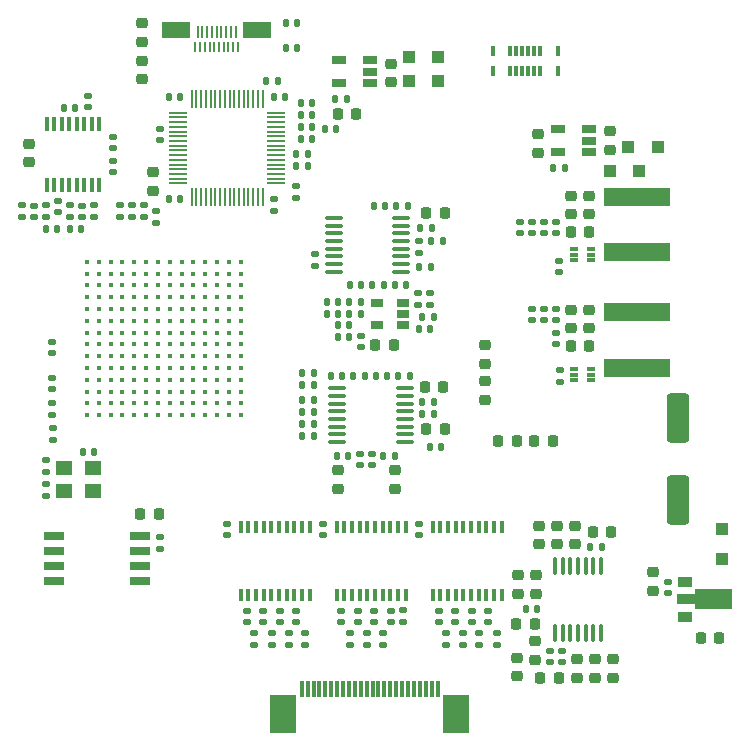
<source format=gbr>
%TF.GenerationSoftware,KiCad,Pcbnew,8.0.4*%
%TF.CreationDate,2024-11-18T22:27:40+01:00*%
%TF.ProjectId,hd_64_v0,68645f36-345f-4763-902e-6b696361645f,0.1*%
%TF.SameCoordinates,PX4737720PY55fe290*%
%TF.FileFunction,Paste,Top*%
%TF.FilePolarity,Positive*%
%FSLAX46Y46*%
G04 Gerber Fmt 4.6, Leading zero omitted, Abs format (unit mm)*
G04 Created by KiCad (PCBNEW 8.0.4) date 2024-11-18 22:27:40*
%MOMM*%
%LPD*%
G01*
G04 APERTURE LIST*
G04 Aperture macros list*
%AMRoundRect*
0 Rectangle with rounded corners*
0 $1 Rounding radius*
0 $2 $3 $4 $5 $6 $7 $8 $9 X,Y pos of 4 corners*
0 Add a 4 corners polygon primitive as box body*
4,1,4,$2,$3,$4,$5,$6,$7,$8,$9,$2,$3,0*
0 Add four circle primitives for the rounded corners*
1,1,$1+$1,$2,$3*
1,1,$1+$1,$4,$5*
1,1,$1+$1,$6,$7*
1,1,$1+$1,$8,$9*
0 Add four rect primitives between the rounded corners*
20,1,$1+$1,$2,$3,$4,$5,0*
20,1,$1+$1,$4,$5,$6,$7,0*
20,1,$1+$1,$6,$7,$8,$9,0*
20,1,$1+$1,$8,$9,$2,$3,0*%
%AMFreePoly0*
4,1,9,3.862500,-0.866500,0.737500,-0.866500,0.737500,-0.450000,-0.737500,-0.450000,-0.737500,0.450000,0.737500,0.450000,0.737500,0.866500,3.862500,0.866500,3.862500,-0.866500,3.862500,-0.866500,$1*%
G04 Aperture macros list end*
%ADD10RoundRect,0.218750X-0.256250X0.218750X-0.256250X-0.218750X0.256250X-0.218750X0.256250X0.218750X0*%
%ADD11RoundRect,0.218750X-0.218750X-0.256250X0.218750X-0.256250X0.218750X0.256250X-0.218750X0.256250X0*%
%ADD12RoundRect,0.218750X0.256250X-0.218750X0.256250X0.218750X-0.256250X0.218750X-0.256250X-0.218750X0*%
%ADD13RoundRect,0.147500X0.172500X-0.147500X0.172500X0.147500X-0.172500X0.147500X-0.172500X-0.147500X0*%
%ADD14RoundRect,0.147500X-0.172500X0.147500X-0.172500X-0.147500X0.172500X-0.147500X0.172500X0.147500X0*%
%ADD15RoundRect,0.147500X0.147500X0.172500X-0.147500X0.172500X-0.147500X-0.172500X0.147500X-0.172500X0*%
%ADD16R,0.400000X1.000000*%
%ADD17RoundRect,0.100000X0.637500X0.100000X-0.637500X0.100000X-0.637500X-0.100000X0.637500X-0.100000X0*%
%ADD18R,1.300000X0.900000*%
%ADD19FreePoly0,0.000000*%
%ADD20RoundRect,0.147500X-0.147500X-0.172500X0.147500X-0.172500X0.147500X0.172500X-0.147500X0.172500X0*%
%ADD21R,0.400000X1.200000*%
%ADD22R,0.300000X1.400000*%
%ADD23R,2.200000X3.300000*%
%ADD24RoundRect,0.100000X-0.637500X-0.100000X0.637500X-0.100000X0.637500X0.100000X-0.637500X0.100000X0*%
%ADD25R,1.000000X1.000000*%
%ADD26R,5.700000X1.600000*%
%ADD27RoundRect,0.250000X-0.700000X1.825000X-0.700000X-1.825000X0.700000X-1.825000X0.700000X1.825000X0*%
%ADD28R,1.060000X0.650000*%
%ADD29RoundRect,0.218750X0.218750X0.256250X-0.218750X0.256250X-0.218750X-0.256250X0.218750X-0.256250X0*%
%ADD30R,0.304800X0.863600*%
%ADD31R,0.700000X0.340000*%
%ADD32R,1.400000X1.200000*%
%ADD33RoundRect,0.062500X0.687500X0.062500X-0.687500X0.062500X-0.687500X-0.062500X0.687500X-0.062500X0*%
%ADD34RoundRect,0.062500X0.062500X0.687500X-0.062500X0.687500X-0.062500X-0.687500X0.062500X-0.687500X0*%
%ADD35R,1.220000X0.650000*%
%ADD36R,1.700000X0.650000*%
%ADD37C,0.450000*%
%ADD38R,0.230000X0.850000*%
%ADD39R,0.230000X1.000000*%
%ADD40R,2.400000X1.380000*%
%ADD41RoundRect,0.100000X0.100000X-0.637500X0.100000X0.637500X-0.100000X0.637500X-0.100000X-0.637500X0*%
G04 APERTURE END LIST*
D10*
X44323000Y14122500D03*
X44323000Y12547500D03*
X45847000Y14122500D03*
X45847000Y12547500D03*
D11*
X44170500Y10033000D03*
X45745500Y10033000D03*
D12*
X2924000Y49082500D03*
X2924000Y50657500D03*
D13*
X36888500Y37036000D03*
X36888500Y38006000D03*
D14*
X33528000Y11130000D03*
X33528000Y10160000D03*
D13*
X4826000Y27709000D03*
X4826000Y28679000D03*
D14*
X38989000Y11130000D03*
X38989000Y10160000D03*
X30099000Y9225000D03*
X30099000Y8255000D03*
D15*
X29949000Y24257000D03*
X28979000Y24257000D03*
D12*
X52093000Y50139500D03*
X52093000Y51714500D03*
D16*
X28952000Y12444000D03*
X29602000Y12444000D03*
X30252000Y12444000D03*
X30902000Y12444000D03*
X31552000Y12444000D03*
X32202000Y12444000D03*
X32852000Y12444000D03*
X33502000Y12444000D03*
X34152000Y12444000D03*
X34802000Y12444000D03*
X34802000Y18244000D03*
X34152000Y18244000D03*
X33502000Y18244000D03*
X32852000Y18244000D03*
X32202000Y18244000D03*
X31552000Y18244000D03*
X30902000Y18244000D03*
X30252000Y18244000D03*
X29602000Y18244000D03*
X28952000Y18244000D03*
D17*
X34739500Y25411000D03*
X34739500Y26061000D03*
X34739500Y26711000D03*
X34739500Y27361000D03*
X34739500Y28011000D03*
X34739500Y28661000D03*
X34739500Y29311000D03*
X34739500Y29961000D03*
X29014500Y29961000D03*
X29014500Y29311000D03*
X29014500Y28661000D03*
X29014500Y28011000D03*
X29014500Y27361000D03*
X29014500Y26711000D03*
X29014500Y26061000D03*
X29014500Y25411000D03*
D14*
X30929500Y24402000D03*
X30929500Y23432000D03*
D15*
X24615000Y54610000D03*
X23645000Y54610000D03*
D18*
X58476500Y13589000D03*
D19*
X58564000Y12089000D03*
D18*
X58476500Y10589000D03*
D14*
X25527000Y11130000D03*
X25527000Y10160000D03*
D15*
X51412000Y16510000D03*
X50442000Y16510000D03*
D13*
X5334000Y44854000D03*
X5334000Y45824000D03*
D15*
X37188000Y27813000D03*
X36218000Y27813000D03*
D14*
X42545000Y9225000D03*
X42545000Y8255000D03*
D10*
X33909000Y23012500D03*
X33909000Y21437500D03*
D20*
X28139000Y36270000D03*
X29109000Y36270000D03*
D21*
X4401500Y47170000D03*
X5036500Y47170000D03*
X5671500Y47170000D03*
X6306500Y47170000D03*
X6941500Y47170000D03*
X7576500Y47170000D03*
X8211500Y47170000D03*
X8846500Y47170000D03*
X8846500Y52370000D03*
X8211500Y52370000D03*
X7576500Y52370000D03*
X6941500Y52370000D03*
X6306500Y52370000D03*
X5671500Y52370000D03*
X5036500Y52370000D03*
X4401500Y52370000D03*
D22*
X37500000Y4477500D03*
X37000000Y4477500D03*
X36500000Y4477500D03*
X36000000Y4477500D03*
X35500000Y4477500D03*
X35000000Y4477500D03*
X34500000Y4477500D03*
X34000000Y4477500D03*
X33500000Y4477500D03*
X33000000Y4477500D03*
X32500000Y4477500D03*
X32000000Y4477500D03*
X31500000Y4477500D03*
X31000000Y4477500D03*
X30500000Y4477500D03*
X30000000Y4477500D03*
X29500000Y4477500D03*
X29000000Y4477500D03*
X28500000Y4477500D03*
X28000000Y4477500D03*
X27500000Y4477500D03*
X27000000Y4477500D03*
X26500000Y4477500D03*
X26000000Y4477500D03*
D23*
X39100000Y2407500D03*
X24400000Y2407500D03*
D14*
X30734000Y11130000D03*
X30734000Y10160000D03*
D15*
X27028000Y28956000D03*
X26058000Y28956000D03*
D24*
X28692000Y44368000D03*
X28692000Y43718000D03*
X28692000Y43068000D03*
X28692000Y42418000D03*
X28692000Y41768000D03*
X28692000Y41118000D03*
X28692000Y40468000D03*
X28692000Y39818000D03*
X34417000Y39818000D03*
X34417000Y40468000D03*
X34417000Y41118000D03*
X34417000Y41768000D03*
X34417000Y42418000D03*
X34417000Y43068000D03*
X34417000Y43718000D03*
X34417000Y44368000D03*
D14*
X7386000Y45429000D03*
X7386000Y44459000D03*
D25*
X61595000Y18014000D03*
X61595000Y15514000D03*
D26*
X54399000Y41465000D03*
X54399000Y46165000D03*
D15*
X26520000Y48768000D03*
X25550000Y48768000D03*
X34833500Y38664000D03*
X33863500Y38664000D03*
D12*
X29083000Y21437500D03*
X29083000Y23012500D03*
D20*
X29039000Y34270000D03*
X30009000Y34270000D03*
D10*
X49276000Y7010500D03*
X49276000Y5435500D03*
D15*
X29822000Y54483000D03*
X28852000Y54483000D03*
D14*
X29337000Y11130000D03*
X29337000Y10160000D03*
D27*
X57872500Y27478000D03*
X57872500Y20528000D03*
D14*
X46990000Y7724000D03*
X46990000Y6754000D03*
D12*
X41529000Y28981500D03*
X41529000Y30556500D03*
D20*
X23010000Y56007000D03*
X23980000Y56007000D03*
D11*
X36423500Y30099000D03*
X37998500Y30099000D03*
D25*
X53657000Y50419000D03*
X56157000Y50419000D03*
D15*
X36934000Y40259000D03*
X35964000Y40259000D03*
D28*
X34559500Y35301000D03*
X34559500Y36251000D03*
X34559500Y37201000D03*
X32359500Y37201000D03*
X32359500Y35301000D03*
D29*
X38125500Y44760000D03*
X36550500Y44760000D03*
D14*
X23624000Y45955000D03*
X23624000Y44985000D03*
D20*
X26058000Y26924000D03*
X27028000Y26924000D03*
D13*
X19685000Y17526000D03*
X19685000Y18496000D03*
D30*
X47674000Y58535000D03*
X46174000Y58535000D03*
X45674001Y58535000D03*
X45174000Y58535000D03*
X44674000Y58535000D03*
X44173999Y58535000D03*
X43674000Y58535000D03*
X42174000Y58535000D03*
X42174000Y56805000D03*
X43674000Y56805000D03*
X44173999Y56805000D03*
X44674000Y56805000D03*
X45174000Y56805000D03*
X45674001Y56805000D03*
X46174000Y56805000D03*
X47674000Y56805000D03*
D15*
X5311000Y43434000D03*
X4341000Y43434000D03*
D13*
X47541000Y43076000D03*
X47541000Y44046000D03*
D15*
X15725000Y54610000D03*
X14755000Y54610000D03*
D20*
X32916000Y24257000D03*
X33886000Y24257000D03*
D11*
X50647500Y17780000D03*
X52222500Y17780000D03*
D15*
X48280000Y48641000D03*
X47310000Y48641000D03*
X33251000Y30988000D03*
X32281000Y30988000D03*
D20*
X28139000Y37270000D03*
X29109000Y37270000D03*
D14*
X4318000Y21821000D03*
X4318000Y20851000D03*
X26289000Y9225000D03*
X26289000Y8255000D03*
D11*
X48785500Y43180000D03*
X50360500Y43180000D03*
D15*
X36992500Y43490000D03*
X36022500Y43490000D03*
X26520000Y49784000D03*
X25550000Y49784000D03*
D14*
X4924000Y26555000D03*
X4924000Y25585000D03*
D10*
X50335000Y46253500D03*
X50335000Y44678500D03*
D15*
X27028000Y31242000D03*
X26058000Y31242000D03*
D12*
X55753000Y12801500D03*
X55753000Y14376500D03*
D14*
X2286000Y45443000D03*
X2286000Y44473000D03*
D13*
X10053000Y50301000D03*
X10053000Y51271000D03*
D14*
X21971000Y9225000D03*
X21971000Y8255000D03*
D12*
X41529000Y32004000D03*
X41529000Y33579000D03*
D15*
X26901000Y52070000D03*
X25931000Y52070000D03*
D14*
X24892000Y9225000D03*
X24892000Y8255000D03*
D10*
X44196000Y7137500D03*
X44196000Y5562500D03*
D14*
X57023000Y13566000D03*
X57023000Y12596000D03*
D11*
X29057500Y53213000D03*
X30632500Y53213000D03*
D15*
X35156000Y30988000D03*
X34186000Y30988000D03*
D14*
X13624000Y44955000D03*
X13624000Y43985000D03*
X30988000Y34394000D03*
X30988000Y33424000D03*
D10*
X47625000Y18313500D03*
X47625000Y16738500D03*
X52324000Y7010500D03*
X52324000Y5435500D03*
D15*
X31346000Y30988000D03*
X30376000Y30988000D03*
D14*
X6350000Y45443000D03*
X6350000Y44473000D03*
D15*
X32928500Y38664000D03*
X31958500Y38664000D03*
D31*
X50534000Y40775000D03*
X50534000Y41275000D03*
X50534000Y41775000D03*
X49034000Y41775000D03*
X49034000Y41275000D03*
X49034000Y40775000D03*
D12*
X12446000Y56108500D03*
X12446000Y57683500D03*
D13*
X27813000Y17526000D03*
X27813000Y18496000D03*
D15*
X28933000Y51943000D03*
X27963000Y51943000D03*
D14*
X41783000Y11130000D03*
X41783000Y10160000D03*
D32*
X5912000Y21275000D03*
X8312000Y21275000D03*
X8312000Y23175000D03*
X5912000Y23175000D03*
D14*
X27109500Y41308000D03*
X27109500Y40338000D03*
D20*
X33990500Y45395000D03*
X34960500Y45395000D03*
D10*
X46101000Y18313500D03*
X46101000Y16738500D03*
D15*
X15709000Y45970000D03*
X14739000Y45970000D03*
X26901000Y54102000D03*
X25931000Y54102000D03*
D12*
X33528000Y55854500D03*
X33528000Y57429500D03*
D14*
X32893000Y9225000D03*
X32893000Y8255000D03*
D15*
X37823000Y25019000D03*
X36853000Y25019000D03*
D29*
X33807500Y33655000D03*
X32232500Y33655000D03*
D20*
X36980000Y42418000D03*
X37950000Y42418000D03*
D14*
X11624000Y45455000D03*
X11624000Y44485000D03*
X48006000Y7724000D03*
X48006000Y6754000D03*
X10624000Y45455000D03*
X10624000Y44485000D03*
D11*
X45694500Y25527000D03*
X47269500Y25527000D03*
D14*
X45466000Y36680000D03*
X45466000Y35710000D03*
X41021000Y9225000D03*
X41021000Y8255000D03*
D33*
X23860000Y47292000D03*
X23860000Y47692000D03*
X23860000Y48092000D03*
X23860000Y48492000D03*
X23860000Y48892000D03*
X23860000Y49292000D03*
X23860000Y49692000D03*
X23860000Y50092000D03*
X23860000Y50492000D03*
X23860000Y50892000D03*
X23860000Y51292000D03*
X23860000Y51692000D03*
X23860000Y52092000D03*
X23860000Y52492000D03*
X23860000Y52892000D03*
X23860000Y53292000D03*
D34*
X22685000Y54467000D03*
X22285000Y54467000D03*
X21885000Y54467000D03*
X21485000Y54467000D03*
X21085000Y54467000D03*
X20685000Y54467000D03*
X20285000Y54467000D03*
X19885000Y54467000D03*
X19485000Y54467000D03*
X19085000Y54467000D03*
X18685000Y54467000D03*
X18285000Y54467000D03*
X17885000Y54467000D03*
X17485000Y54467000D03*
X17085000Y54467000D03*
X16685000Y54467000D03*
D33*
X15510000Y53292000D03*
X15510000Y52892000D03*
X15510000Y52492000D03*
X15510000Y52092000D03*
X15510000Y51692000D03*
X15510000Y51292000D03*
X15510000Y50892000D03*
X15510000Y50492000D03*
X15510000Y50092000D03*
X15510000Y49692000D03*
X15510000Y49292000D03*
X15510000Y48892000D03*
X15510000Y48492000D03*
X15510000Y48092000D03*
X15510000Y47692000D03*
X15510000Y47292000D03*
D34*
X16685000Y46117000D03*
X17085000Y46117000D03*
X17485000Y46117000D03*
X17885000Y46117000D03*
X18285000Y46117000D03*
X18685000Y46117000D03*
X19085000Y46117000D03*
X19485000Y46117000D03*
X19885000Y46117000D03*
X20285000Y46117000D03*
X20685000Y46117000D03*
X21085000Y46117000D03*
X21485000Y46117000D03*
X21885000Y46117000D03*
X22285000Y46117000D03*
X22685000Y46117000D03*
D14*
X3324000Y45429000D03*
X3324000Y44459000D03*
D11*
X36550500Y26543000D03*
X38125500Y26543000D03*
D14*
X47879000Y31473000D03*
X47879000Y30503000D03*
X37592000Y11130000D03*
X37592000Y10160000D03*
D12*
X46017000Y49885500D03*
X46017000Y51460500D03*
D13*
X34544000Y10183000D03*
X34544000Y11153000D03*
D14*
X31945500Y24402000D03*
X31945500Y23432000D03*
D35*
X31790000Y55819000D03*
X31790000Y56769000D03*
X31790000Y57719000D03*
X29170000Y57719000D03*
X29170000Y55819000D03*
D14*
X7874000Y54714000D03*
X7874000Y53744000D03*
X35872500Y38006000D03*
X35872500Y37036000D03*
X31496000Y9225000D03*
X31496000Y8255000D03*
D10*
X50335000Y36601500D03*
X50335000Y35026500D03*
D15*
X29441000Y30988000D03*
X28471000Y30988000D03*
D20*
X24661000Y60870000D03*
X25631000Y60870000D03*
D15*
X27028000Y30226000D03*
X26058000Y30226000D03*
D25*
X35072000Y58039000D03*
X37572000Y58039000D03*
D13*
X13970000Y50973000D03*
X13970000Y51943000D03*
D14*
X38227000Y9225000D03*
X38227000Y8255000D03*
X32131000Y11130000D03*
X32131000Y10160000D03*
D10*
X50800000Y7010500D03*
X50800000Y5435500D03*
D36*
X5024000Y17410000D03*
X5024000Y16140000D03*
X5024000Y14870000D03*
X5024000Y13600000D03*
X12324000Y13600000D03*
X12324000Y14870000D03*
X12324000Y16140000D03*
X12324000Y17410000D03*
D20*
X25931000Y51054000D03*
X26901000Y51054000D03*
D14*
X40386000Y11130000D03*
X40386000Y10160000D03*
X22733000Y11130000D03*
X22733000Y10160000D03*
D13*
X47541000Y33678000D03*
X47541000Y34648000D03*
D10*
X49149000Y18313500D03*
X49149000Y16738500D03*
D15*
X37188000Y28829000D03*
X36218000Y28829000D03*
D12*
X12446000Y59283500D03*
X12446000Y60858500D03*
D14*
X44450000Y44046000D03*
X44450000Y43076000D03*
D37*
X7824000Y40670000D03*
X8824000Y40670000D03*
X9824000Y40670000D03*
X10824000Y40670000D03*
X11824000Y40670000D03*
X12824000Y40670000D03*
X13824000Y40670000D03*
X14824000Y40670000D03*
X15824000Y40670000D03*
X16824000Y40670000D03*
X17824000Y40670000D03*
X18824000Y40670000D03*
X19824000Y40670000D03*
X20824000Y40670000D03*
X7824000Y39670000D03*
X8824000Y39670000D03*
X9824000Y39670000D03*
X10824000Y39670000D03*
X11824000Y39670000D03*
X12824000Y39670000D03*
X13824000Y39670000D03*
X14824000Y39670000D03*
X15824000Y39670000D03*
X16824000Y39670000D03*
X17824000Y39670000D03*
X18824000Y39670000D03*
X19824000Y39670000D03*
X20824000Y39670000D03*
X7824000Y38670000D03*
X8824000Y38670000D03*
X9824000Y38670000D03*
X10824000Y38670000D03*
X11824000Y38670000D03*
X12824000Y38670000D03*
X13824000Y38670000D03*
X14824000Y38670000D03*
X15824000Y38670000D03*
X16824000Y38670000D03*
X17824000Y38670000D03*
X18824000Y38670000D03*
X19824000Y38670000D03*
X20824000Y38670000D03*
X7824000Y37670000D03*
X8824000Y37670000D03*
X9824000Y37670000D03*
X10824000Y37670000D03*
X11824000Y37670000D03*
X12824000Y37670000D03*
X13824000Y37670000D03*
X14824000Y37670000D03*
X15824000Y37670000D03*
X16824000Y37670000D03*
X17824000Y37670000D03*
X18824000Y37670000D03*
X19824000Y37670000D03*
X20824000Y37670000D03*
X7824000Y36670000D03*
X8824000Y36670000D03*
X9824000Y36670000D03*
X10824000Y36670000D03*
X11824000Y36670000D03*
X12824000Y36670000D03*
X13824000Y36670000D03*
X14824000Y36670000D03*
X15824000Y36670000D03*
X16824000Y36670000D03*
X17824000Y36670000D03*
X18824000Y36670000D03*
X19824000Y36670000D03*
X20824000Y36670000D03*
X7824000Y35670000D03*
X8824000Y35670000D03*
X9824000Y35670000D03*
X10824000Y35670000D03*
X11824000Y35670000D03*
X12824000Y35670000D03*
X13824000Y35670000D03*
X14824000Y35670000D03*
X15824000Y35670000D03*
X16824000Y35670000D03*
X17824000Y35670000D03*
X18824000Y35670000D03*
X19824000Y35670000D03*
X20824000Y35670000D03*
X7824000Y34670000D03*
X8824000Y34670000D03*
X9824000Y34670000D03*
X10824000Y34670000D03*
X11824000Y34670000D03*
X12824000Y34670000D03*
X13824000Y34670000D03*
X14824000Y34670000D03*
X15824000Y34670000D03*
X16824000Y34670000D03*
X17824000Y34670000D03*
X18824000Y34670000D03*
X19824000Y34670000D03*
X20824000Y34670000D03*
X7824000Y33670000D03*
X8824000Y33670000D03*
X9824000Y33670000D03*
X10824000Y33670000D03*
X11824000Y33670000D03*
X12824000Y33670000D03*
X13824000Y33670000D03*
X14824000Y33670000D03*
X15824000Y33670000D03*
X16824000Y33670000D03*
X17824000Y33670000D03*
X18824000Y33670000D03*
X19824000Y33670000D03*
X20824000Y33670000D03*
X7824000Y32670000D03*
X8824000Y32670000D03*
X9824000Y32670000D03*
X10824000Y32670000D03*
X11824000Y32670000D03*
X12824000Y32670000D03*
X13824000Y32670000D03*
X14824000Y32670000D03*
X15824000Y32670000D03*
X16824000Y32670000D03*
X17824000Y32670000D03*
X18824000Y32670000D03*
X19824000Y32670000D03*
X20824000Y32670000D03*
X7824000Y31670000D03*
X8824000Y31670000D03*
X9824000Y31670000D03*
X10824000Y31670000D03*
X11824000Y31670000D03*
X12824000Y31670000D03*
X13824000Y31670000D03*
X14824000Y31670000D03*
X15824000Y31670000D03*
X16824000Y31670000D03*
X17824000Y31670000D03*
X18824000Y31670000D03*
X19824000Y31670000D03*
X20824000Y31670000D03*
X7824000Y30670000D03*
X8824000Y30670000D03*
X9824000Y30670000D03*
X10824000Y30670000D03*
X11824000Y30670000D03*
X12824000Y30670000D03*
X13824000Y30670000D03*
X14824000Y30670000D03*
X15824000Y30670000D03*
X16824000Y30670000D03*
X17824000Y30670000D03*
X18824000Y30670000D03*
X19824000Y30670000D03*
X20824000Y30670000D03*
X7824000Y29670000D03*
X8824000Y29670000D03*
X9824000Y29670000D03*
X10824000Y29670000D03*
X11824000Y29670000D03*
X12824000Y29670000D03*
X13824000Y29670000D03*
X14824000Y29670000D03*
X15824000Y29670000D03*
X16824000Y29670000D03*
X17824000Y29670000D03*
X18824000Y29670000D03*
X19824000Y29670000D03*
X20824000Y29670000D03*
X7824000Y28670000D03*
X8824000Y28670000D03*
X9824000Y28670000D03*
X10824000Y28670000D03*
X11824000Y28670000D03*
X12824000Y28670000D03*
X13824000Y28670000D03*
X14824000Y28670000D03*
X15824000Y28670000D03*
X16824000Y28670000D03*
X17824000Y28670000D03*
X18824000Y28670000D03*
X19824000Y28670000D03*
X20824000Y28670000D03*
X7824000Y27670000D03*
X8824000Y27670000D03*
X9824000Y27670000D03*
X10824000Y27670000D03*
X11824000Y27670000D03*
X12824000Y27670000D03*
X13824000Y27670000D03*
X14824000Y27670000D03*
X15824000Y27670000D03*
X16824000Y27670000D03*
X17824000Y27670000D03*
X18824000Y27670000D03*
X19824000Y27670000D03*
X20824000Y27670000D03*
D20*
X44981000Y11303000D03*
X45951000Y11303000D03*
D13*
X35941000Y17526000D03*
X35941000Y18496000D03*
D38*
X16996000Y58852000D03*
D39*
X17196000Y60077000D03*
D38*
X17396000Y58852000D03*
D39*
X17596000Y60077000D03*
D38*
X17796000Y58852000D03*
D39*
X17996000Y60077000D03*
D38*
X18196000Y58852000D03*
D39*
X18396000Y60077000D03*
D38*
X18596000Y58852000D03*
D39*
X18796000Y60077000D03*
D38*
X18996000Y58852000D03*
D39*
X19196000Y60077000D03*
D38*
X19396000Y58852000D03*
D39*
X19596000Y60077000D03*
D38*
X19796000Y58852000D03*
D39*
X19996000Y60077000D03*
D38*
X20196000Y58852000D03*
D39*
X20396000Y60077000D03*
D38*
X20596000Y58852000D03*
D40*
X22246000Y60267000D03*
X15346000Y60267000D03*
D20*
X24661000Y58801000D03*
X25631000Y58801000D03*
D29*
X47777500Y5461000D03*
X46202500Y5461000D03*
D15*
X31023500Y38664000D03*
X30053500Y38664000D03*
D20*
X7439000Y24570000D03*
X8409000Y24570000D03*
D31*
X50534000Y30615000D03*
X50534000Y31115000D03*
X50534000Y31615000D03*
X49034000Y31615000D03*
X49034000Y31115000D03*
X49034000Y30615000D03*
D13*
X46482000Y35710000D03*
X46482000Y36680000D03*
D10*
X48811000Y46253500D03*
X48811000Y44678500D03*
D13*
X4826000Y32916000D03*
X4826000Y33886000D03*
X14024000Y16385000D03*
X14024000Y17355000D03*
D11*
X48785500Y33528000D03*
X50360500Y33528000D03*
D14*
X12624000Y45455000D03*
X12624000Y44485000D03*
D20*
X35895500Y34981000D03*
X36865500Y34981000D03*
D15*
X37188000Y35997000D03*
X36218000Y35997000D03*
D14*
X4824000Y30855000D03*
X4824000Y29885000D03*
D41*
X47453000Y14927500D03*
X48103000Y14927500D03*
X48753000Y14927500D03*
X49403000Y14927500D03*
X50053000Y14927500D03*
X50703000Y14927500D03*
X51353000Y14927500D03*
X51353000Y9202500D03*
X50703000Y9202500D03*
X50053000Y9202500D03*
X49403000Y9202500D03*
X48753000Y9202500D03*
X48103000Y9202500D03*
X47453000Y9202500D03*
D11*
X42646500Y25527000D03*
X44221500Y25527000D03*
D20*
X32085500Y45395000D03*
X33055500Y45395000D03*
D15*
X31009000Y37270000D03*
X30039000Y37270000D03*
D25*
X52070000Y48387000D03*
X54570000Y48387000D03*
D35*
X50355000Y49977000D03*
X50355000Y50927000D03*
X50355000Y51877000D03*
X47735000Y51877000D03*
X47735000Y49977000D03*
D14*
X8382000Y45443000D03*
X8382000Y44473000D03*
X46482000Y44046000D03*
X46482000Y43076000D03*
D20*
X26058000Y27940000D03*
X27028000Y27940000D03*
D14*
X4318000Y45443000D03*
X4318000Y44473000D03*
D13*
X10053000Y48269000D03*
X10053000Y49239000D03*
D15*
X26901000Y53086000D03*
X25931000Y53086000D03*
D13*
X45466000Y43076000D03*
X45466000Y44046000D03*
D10*
X45720000Y8534500D03*
X45720000Y6959500D03*
D12*
X13424000Y46682500D03*
X13424000Y48257500D03*
D11*
X59791500Y8787000D03*
X61366500Y8787000D03*
D20*
X26058000Y25908000D03*
X27028000Y25908000D03*
D26*
X54399000Y31686000D03*
X54399000Y36386000D03*
D14*
X25524000Y47055000D03*
X25524000Y46085000D03*
D11*
X12336500Y19270000D03*
X13911500Y19270000D03*
D14*
X23495000Y9225000D03*
X23495000Y8255000D03*
D20*
X6350000Y43434000D03*
X7320000Y43434000D03*
D14*
X21336000Y11130000D03*
X21336000Y10160000D03*
X47498000Y36680000D03*
X47498000Y35710000D03*
D13*
X35941000Y41425000D03*
X35941000Y42395000D03*
D14*
X24130000Y11130000D03*
X24130000Y10160000D03*
D20*
X5865000Y53721000D03*
X6835000Y53721000D03*
D16*
X37080000Y12444000D03*
X37730000Y12444000D03*
X38380000Y12444000D03*
X39030000Y12444000D03*
X39680000Y12444000D03*
X40330000Y12444000D03*
X40980000Y12444000D03*
X41630000Y12444000D03*
X42280000Y12444000D03*
X42930000Y12444000D03*
X42930000Y18244000D03*
X42280000Y18244000D03*
X41630000Y18244000D03*
X40980000Y18244000D03*
X40330000Y18244000D03*
X39680000Y18244000D03*
X39030000Y18244000D03*
X38380000Y18244000D03*
X37730000Y18244000D03*
X37080000Y18244000D03*
D14*
X47752000Y40744000D03*
X47752000Y39774000D03*
X39624000Y9225000D03*
X39624000Y8255000D03*
D20*
X29039000Y35270000D03*
X30009000Y35270000D03*
D14*
X4318000Y23853000D03*
X4318000Y22883000D03*
D10*
X48811000Y36601500D03*
X48811000Y35026500D03*
D15*
X31009000Y36270000D03*
X30039000Y36270000D03*
D25*
X35072000Y56007000D03*
X37572000Y56007000D03*
D16*
X20824000Y12444000D03*
X21474000Y12444000D03*
X22124000Y12444000D03*
X22774000Y12444000D03*
X23424000Y12444000D03*
X24074000Y12444000D03*
X24724000Y12444000D03*
X25374000Y12444000D03*
X26024000Y12444000D03*
X26674000Y12444000D03*
X26674000Y18244000D03*
X26024000Y18244000D03*
X25374000Y18244000D03*
X24724000Y18244000D03*
X24074000Y18244000D03*
X23424000Y18244000D03*
X22774000Y18244000D03*
X22124000Y18244000D03*
X21474000Y18244000D03*
X20824000Y18244000D03*
M02*

</source>
